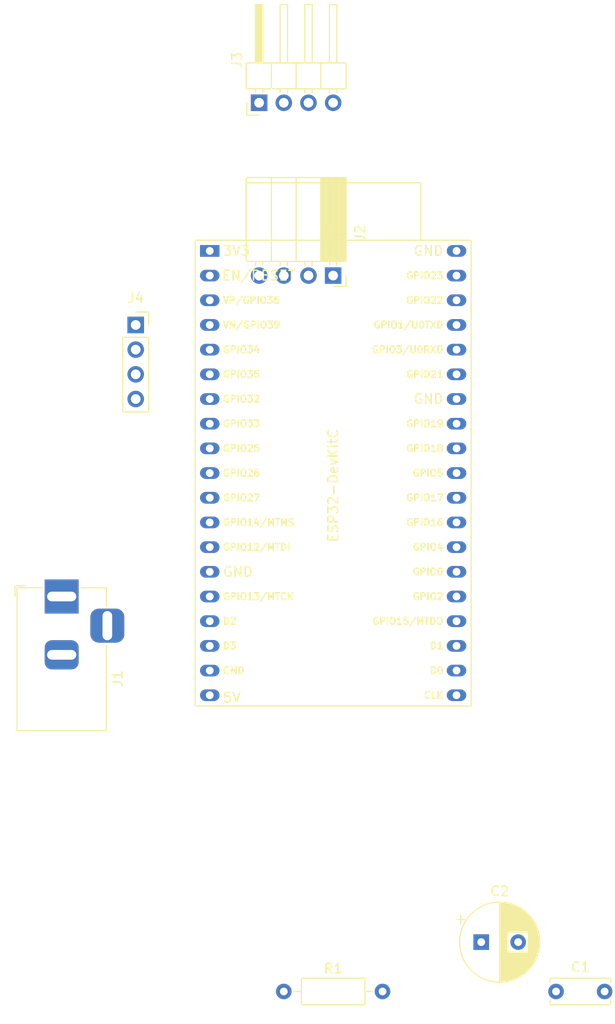
<source format=kicad_pcb>
(kicad_pcb (version 20221018) (generator pcbnew)
  (layers (0 "F.Cu" signal) (31 "B.Cu" signal) (34 "B.Paste" user) (35 "F.Paste" user) (36 "B.SilkS" user "B.Silkscreen") (37 "F.SilkS" user "F.Silkscreen") (38 "B.Mask" user) (39 "F.Mask" user) (44 "Edge.Cuts" user))
  (net 0 "")
  (net 1 "+5V")
  (net 2 "GND")
  (net 3 "Net-(J2-Pin_2)")
  (net 4 "Net-(J2-Pin_3)")
  (net 5 "+3V3")
  (net 7 "Net-(J3-Pin_3)")
  (net 8 "Net-(J4-Pin_3)")
  (net 9 "Net-(J4-Pin_4)")
  (net 10 "Net-(U1-GPIO23)")
  (footprint "Connector_PinSocket_2.54mm:PinSocket_1x04_P2.54mm_Horizontal" (layer "F.Cu") (at 139.7 76.2 -90)
    (fp_text reference "J2" (at -4.38 -2.77 90) (layer "F.SilkS"))
    (fp_text value "HC-SR04")
    (fp_line (start -10.09 -1.33) (end -10.09 8.95) (stroke (width 0.12)) (layer "F.SilkS"))
    (fp_line (start -10.09 -1.33) (end -1.46 -1.33) (stroke (width 0.12)) (layer "F.SilkS"))
    (fp_line (start -10.09 -1.21) (end -1.46 -1.21) (stroke (width 0.12)) (layer "F.SilkS"))
    (fp_line (start -10.09 -1.091905) (end -1.46 -1.091905) (stroke (width 0.12)) (layer "F.SilkS"))
    (fp_line (start -10.09 -0.97381) (end -1.46 -0.97381) (stroke (width 0.12)) (layer "F.SilkS"))
    (fp_line (start -10.09 -0.855715) (end -1.46 -0.855715) (stroke (width 0.12)) (layer "F.SilkS"))
    (fp_line (start -10.09 -0.73762) (end -1.46 -0.73762) (stroke (width 0.12)) (layer "F.SilkS"))
    (fp_line (start -10.09 -0.619525) (end -1.46 -0.619525) (stroke (width 0.12)) (layer "F.SilkS"))
    (fp_line (start -10.09 -0.50143) (end -1.46 -0.50143) (stroke (width 0.12)) (layer "F.SilkS"))
    (fp_line (start -10.09 -0.383335) (end -1.46 -0.383335) (stroke (width 0.12)) (layer "F.SilkS"))
    (fp_line (start -10.09 -0.26524) (end -1.46 -0.26524) (stroke (width 0.12)) (layer "F.SilkS"))
    (fp_line (start -10.09 -0.147145) (end -1.46 -0.147145) (stroke (width 0.12)) (layer "F.SilkS"))
    (fp_line (start -10.09 -0.02905) (end -1.46 -0.02905) (stroke (width 0.12)) (layer "F.SilkS"))
    (fp_line (start -10.09 0.089045) (end -1.46 0.089045) (stroke (width 0.12)) (layer "F.SilkS"))
    (fp_line (start -10.09 0.20714) (end -1.46 0.20714) (stroke (width 0.12)) (layer "F.SilkS"))
    (fp_line (start -10.09 0.325235) (end -1.46 0.325235) (stroke (width 0.12)) (layer "F.SilkS"))
    (fp_line (start -10.09 0.44333) (end -1.46 0.44333) (stroke (width 0.12)) (layer "F.SilkS"))
    (fp_line (start -10.09 0.561425) (end -1.46 0.561425) (stroke (width 0.12)) (layer "F.SilkS"))
    (fp_line (start -10.09 0.67952) (end -1.46 0.67952) (stroke (width 0.12)) (layer "F.SilkS"))
    (fp_line (start -10.09 0.797615) (end -1.46 0.797615) (stroke (width 0.12)) (layer "F.SilkS"))
    (fp_line (start -10.09 0.91571) (end -1.46 0.91571) (stroke (width 0.12)) (layer "F.SilkS"))
    (fp_line (start -10.09 1.033805) (end -1.46 1.033805) (stroke (width 0.12)) (layer "F.SilkS"))
    (fp_line (start -10.09 1.1519) (end -1.46 1.1519) (stroke (width 0.12)) (layer "F.SilkS"))
    (fp_line (start -10.09 1.27) (end -1.46 1.27) (stroke (width 0.12)) (layer "F.SilkS"))
    (fp_line (start -10.09 3.81) (end -1.46 3.81) (stroke (width 0.12)) (layer "F.SilkS"))
    (fp_line (start -10.09 6.35) (end -1.46 6.35) (stroke (width 0.12)) (layer "F.SilkS"))
    (fp_line (start -10.09 8.95) (end -1.46 8.95) (stroke (width 0.12)) (layer "F.SilkS"))
    (fp_line (start -1.46 -1.33) (end -1.46 8.95) (stroke (width 0.12)) (layer "F.SilkS"))
    (fp_line (start -1.46 -0.36) (end -1.11 -0.36) (stroke (width 0.12)) (layer "F.SilkS"))
    (fp_line (start -1.46 0.36) (end -1.11 0.36) (stroke (width 0.12)) (layer "F.SilkS"))
    (fp_line (start -1.46 2.18) (end -1.05 2.18) (stroke (width 0.12)) (layer "F.SilkS"))
    (fp_line (start -1.46 2.9) (end -1.05 2.9) (stroke (width 0.12)) (layer "F.SilkS"))
    (fp_line (start -1.46 4.72) (end -1.05 4.72) (stroke (width 0.12)) (layer "F.SilkS"))
    (fp_line (start -1.46 5.44) (end -1.05 5.44) (stroke (width 0.12)) (layer "F.SilkS"))
    (fp_line (start -1.46 7.26) (end -1.05 7.26) (stroke (width 0.12)) (layer "F.SilkS"))
    (fp_line (start -1.46 7.98) (end -1.05 7.98) (stroke (width 0.12)) (layer "F.SilkS"))
    (fp_line (start 0 -1.33) (end 1.11 -1.33) (stroke (width 0.12)) (layer "F.SilkS"))
    (fp_line (start 1.11 -1.33) (end 1.11 0) (stroke (width 0.12)) (layer "F.SilkS"))
    (pad "1" thru_hole rect (at 0 0 270) (size 1.7 1.7) (drill 1) (layers "*.Cu" "*.Mask") (net 5 "+3V3"))
    (pad "2" thru_hole oval (at 0 2.54 270) (size 1.7 1.7) (drill 1) (layers "*.Cu" "*.Mask") (net 3 "Net-(J2-Pin_2)"))
    (pad "3" thru_hole oval (at 0 5.08 270) (size 1.7 1.7) (drill 1) (layers "*.Cu" "*.Mask") (net 4 "Net-(J2-Pin_3)"))
    (pad "4" thru_hole oval (at 0 7.62 270) (size 1.7 1.7) (drill 1) (layers "*.Cu" "*.Mask") (net 2 "GND"))
  )
  (footprint "Capacitor_THT:CP_Radial_D8.0mm_P3.80mm" (layer "F.Cu") (at 154.94 144.78)
    (fp_text reference "C2" (at 1.9 -5.25) (layer "F.SilkS"))
    (fp_text value "47u")
    (fp_line (start -2.509698 -2.315) (end -1.709698 -2.315) (stroke (width 0.12)) (layer "F.SilkS"))
    (fp_line (start -2.109698 -2.715) (end -2.109698 -1.915) (stroke (width 0.12)) (layer "F.SilkS"))
    (fp_line (start 1.9 -4.08) (end 1.9 4.08) (stroke (width 0.12)) (layer "F.SilkS"))
    (fp_line (start 1.94 -4.08) (end 1.94 4.08) (stroke (width 0.12)) (layer "F.SilkS"))
    (fp_line (start 1.98 -4.08) (end 1.98 4.08) (stroke (width 0.12)) (layer "F.SilkS"))
    (fp_line (start 2.02 -4.079) (end 2.02 4.079) (stroke (width 0.12)) (layer "F.SilkS"))
    (fp_line (start 2.06 -4.077) (end 2.06 4.077) (stroke (width 0.12)) (layer "F.SilkS"))
    (fp_line (start 2.1 -4.076) (end 2.1 4.076) (stroke (width 0.12)) (layer "F.SilkS"))
    (fp_line (start 2.14 -4.074) (end 2.14 4.074) (stroke (width 0.12)) (layer "F.SilkS"))
    (fp_line (start 2.18 -4.071) (end 2.18 4.071) (stroke (width 0.12)) (layer "F.SilkS"))
    (fp_line (start 2.22 -4.068) (end 2.22 4.068) (stroke (width 0.12)) (layer "F.SilkS"))
    (fp_line (start 2.26 -4.065) (end 2.26 4.065) (stroke (width 0.12)) (layer "F.SilkS"))
    (fp_line (start 2.3 -4.061) (end 2.3 4.061) (stroke (width 0.12)) (layer "F.SilkS"))
    (fp_line (start 2.34 -4.057) (end 2.34 4.057) (stroke (width 0.12)) (layer "F.SilkS"))
    (fp_line (start 2.38 -4.052) (end 2.38 4.052) (stroke (width 0.12)) (layer "F.SilkS"))
    (fp_line (start 2.42 -4.048) (end 2.42 4.048) (stroke (width 0.12)) (layer "F.SilkS"))
    (fp_line (start 2.46 -4.042) (end 2.46 4.042) (stroke (width 0.12)) (layer "F.SilkS"))
    (fp_line (start 2.5 -4.037) (end 2.5 4.037) (stroke (width 0.12)) (layer "F.SilkS"))
    (fp_line (start 2.54 -4.03) (end 2.54 4.03) (stroke (width 0.12)) (layer "F.SilkS"))
    (fp_line (start 2.58 -4.024) (end 2.58 4.024) (stroke (width 0.12)) (layer "F.SilkS"))
    (fp_line (start 2.621 -4.017) (end 2.621 4.017) (stroke (width 0.12)) (layer "F.SilkS"))
    (fp_line (start 2.661 -4.01) (end 2.661 4.01) (stroke (width 0.12)) (layer "F.SilkS"))
    (fp_line (start 2.701 -4.002) (end 2.701 4.002) (stroke (width 0.12)) (layer "F.SilkS"))
    (fp_line (start 2.741 -3.994) (end 2.741 3.994) (stroke (width 0.12)) (layer "F.SilkS"))
    (fp_line (start 2.781 -3.985) (end 2.781 -1.04) (stroke (width 0.12)) (layer "F.SilkS"))
    (fp_line (start 2.781 1.04) (end 2.781 3.985) (stroke (width 0.12)) (layer "F.SilkS"))
    (fp_line (start 2.821 -3.976) (end 2.821 -1.04) (stroke (width 0.12)) (layer "F.SilkS"))
    (fp_line (start 2.821 1.04) (end 2.821 3.976) (stroke (width 0.12)) (layer "F.SilkS"))
    (fp_line (start 2.861 -3.967) (end 2.861 -1.04) (stroke (width 0.12)) (layer "F.SilkS"))
    (fp_line (start 2.861 1.04) (end 2.861 3.967) (stroke (width 0.12)) (layer "F.SilkS"))
    (fp_line (start 2.901 -3.957) (end 2.901 -1.04) (stroke (width 0.12)) (layer "F.SilkS"))
    (fp_line (start 2.901 1.04) (end 2.901 3.957) (stroke (width 0.12)) (layer "F.SilkS"))
    (fp_line (start 2.941 -3.947) (end 2.941 -1.04) (stroke (width 0.12)) (layer "F.SilkS"))
    (fp_line (start 2.941 1.04) (end 2.941 3.947) (stroke (width 0.12)) (layer "F.SilkS"))
    (fp_line (start 2.981 -3.936) (end 2.981 -1.04) (stroke (width 0.12)) (layer "F.SilkS"))
    (fp_line (start 2.981 1.04) (end 2.981 3.936) (stroke (width 0.12)) (layer "F.SilkS"))
    (fp_line (start 3.021 -3.925) (end 3.021 -1.04) (stroke (width 0.12)) (layer "F.SilkS"))
    (fp_line (start 3.021 1.04) (end 3.021 3.925) (stroke (width 0.12)) (layer "F.SilkS"))
    (fp_line (start 3.061 -3.914) (end 3.061 -1.04) (stroke (width 0.12)) (layer "F.SilkS"))
    (fp_line (start 3.061 1.04) (end 3.061 3.914) (stroke (width 0.12)) (layer "F.SilkS"))
    (fp_line (start 3.101 -3.902) (end 3.101 -1.04) (stroke (width 0.12)) (layer "F.SilkS"))
    (fp_line (start 3.101 1.04) (end 3.101 3.902) (stroke (width 0.12)) (layer "F.SilkS"))
    (fp_line (start 3.141 -3.889) (end 3.141 -1.04) (stroke (width 0.12)) (layer "F.SilkS"))
    (fp_line (start 3.141 1.04) (end 3.141 3.889) (stroke (width 0.12)) (layer "F.SilkS"))
    (fp_line (start 3.181 -3.877) (end 3.181 -1.04) (stroke (width 0.12)) (layer "F.SilkS"))
    (fp_line (start 3.181 1.04) (end 3.181 3.877) (stroke (width 0.12)) (layer "F.SilkS"))
    (fp_line (start 3.221 -3.863) (end 3.221 -1.04) (stroke (width 0.12)) (layer "F.SilkS"))
    (fp_line (start 3.221 1.04) (end 3.221 3.863) (stroke (width 0.12)) (layer "F.SilkS"))
    (fp_line (start 3.261 -3.85) (end 3.261 -1.04) (stroke (width 0.12)) (layer "F.SilkS"))
    (fp_line (start 3.261 1.04) (end 3.261 3.85) (stroke (width 0.12)) (layer "F.SilkS"))
    (fp_line (start 3.301 -3.835) (end 3.301 -1.04) (stroke (width 0.12)) (layer "F.SilkS"))
    (fp_line (start 3.301 1.04) (end 3.301 3.835) (stroke (width 0.12)) (layer "F.SilkS"))
    (fp_line (start 3.341 -3.821) (end 3.341 -1.04) (stroke (width 0.12)) (layer "F.SilkS"))
    (fp_line (start 3.341 1.04) (end 3.341 3.821) (stroke (width 0.12)) (layer "F.SilkS"))
    (fp_line (start 3.381 -3.805) (end 3.381 -1.04) (stroke (width 0.12)) (layer "F.SilkS"))
    (fp_line (start 3.381 1.04) (end 3.381 3.805) (stroke (width 0.12)) (layer "F.SilkS"))
    (fp_line (start 3.421 -3.79) (end 3.421 -1.04) (stroke (width 0.12)) (layer "F.SilkS"))
    (fp_line (start 3.421 1.04) (end 3.421 3.79) (stroke (width 0.12)) (layer "F.SilkS"))
    (fp_line (start 3.461 -3.774) (end 3.461 -1.04) (stroke (width 0.12)) (layer "F.SilkS"))
    (fp_line (start 3.461 1.04) (end 3.461 3.774) (stroke (width 0.12)) (layer "F.SilkS"))
    (fp_line (start 3.501 -3.757) (end 3.501 -1.04) (stroke (width 0.12)) (layer "F.SilkS"))
    (fp_line (start 3.501 1.04) (end 3.501 3.757) (stroke (width 0.12)) (layer "F.SilkS"))
    (fp_line (start 3.541 -3.74) (end 3.541 -1.04) (stroke (width 0.12)) (layer "F.SilkS"))
    (fp_line (start 3.541 1.04) (end 3.541 3.74) (stroke (width 0.12)) (layer "F.SilkS"))
    (fp_line (start 3.581 -3.722) (end 3.581 -1.04) (stroke (width 0.12)) (layer "F.SilkS"))
    (fp_line (start 3.581 1.04) (end 3.581 3.722) (stroke (width 0.12)) (layer "F.SilkS"))
    (fp_line (start 3.621 -3.704) (end 3.621 -1.04) (stroke (width 0.12)) (layer "F.SilkS"))
    (fp_line (start 3.621 1.04) (end 3.621 3.704) (stroke (width 0.12)) (layer "F.SilkS"))
    (fp_line (start 3.661 -3.686) (end 3.661 -1.04) (stroke (width 0.12)) (layer "F.SilkS"))
    (fp_line (start 3.661 1.04) (end 3.661 3.686) (stroke (width 0.12)) (layer "F.SilkS"))
    (fp_line (start 3.701 -3.666) (end 3.701 -1.04) (stroke (width 0.12)) (layer "F.SilkS"))
    (fp_line (start 3.701 1.04) (end 3.701 3.666) (stroke (width 0.12)) (layer "F.SilkS"))
    (fp_line (start 3.741 -3.647) (end 3.741 -1.04) (stroke (width 0.12)) (layer "F.SilkS"))
    (fp_line (start 3.741 1.04) (end 3.741 3.647) (stroke (width 0.12)) (layer "F.SilkS"))
    (fp_line (start 3.781 -3.627) (end 3.781 -1.04) (stroke (width 0.12)) (layer "F.SilkS"))
    (fp_line (start 3.781 1.04) (end 3.781 3.627) (stroke (width 0.12)) (layer "F.SilkS"))
    (fp_line (start 3.821 -3.606) (end 3.821 -1.04) (stroke (width 0.12)) (layer "F.SilkS"))
    (fp_line (start 3.821 1.04) (end 3.821 3.606) (stroke (width 0.12)) (layer "F.SilkS"))
    (fp_line (start 3.861 -3.584) (end 3.861 -1.04) (stroke (width 0.12)) (layer "F.SilkS"))
    (fp_line (start 3.861 1.04) (end 3.861 3.584) (stroke (width 0.12)) (layer "F.SilkS"))
    (fp_line (start 3.901 -3.562) (end 3.901 -1.04) (stroke (width 0.12)) (layer "F.SilkS"))
    (fp_line (start 3.901 1.04) (end 3.901 3.562) (stroke (width 0.12)) (layer "F.SilkS"))
    (fp_line (start 3.941 -3.54) (end 3.941 -1.04) (stroke (width 0.12)) (layer "F.SilkS"))
    (fp_line (start 3.941 1.04) (end 3.941 3.54) (stroke (width 0.12)) (layer "F.SilkS"))
    (fp_line (start 3.981 -3.517) (end 3.981 -1.04) (stroke (width 0.12)) (layer "F.SilkS"))
    (fp_line (start 3.981 1.04) (end 3.981 3.517) (stroke (width 0.12)) (layer "F.SilkS"))
    (fp_line (start 4.021 -3.493) (end 4.021 -1.04) (stroke (width 0.12)) (layer "F.SilkS"))
    (fp_line (start 4.021 1.04) (end 4.021 3.493) (stroke (width 0.12)) (layer "F.SilkS"))
    (fp_line (start 4.061 -3.469) (end 4.061 -1.04) (stroke (width 0.12)) (layer "F.SilkS"))
    (fp_line (start 4.061 1.04) (end 4.061 3.469) (stroke (width 0.12)) (layer "F.SilkS"))
    (fp_line (start 4.101 -3.444) (end 4.101 -1.04) (stroke (width 0.12)) (layer "F.SilkS"))
    (fp_line (start 4.101 1.04) (end 4.101 3.444) (stroke (width 0.12)) (layer "F.SilkS"))
    (fp_line (start 4.141 -3.418) (end 4.141 -1.04) (stroke (width 0.12)) (layer "F.SilkS"))
    (fp_line (start 4.141 1.04) (end 4.141 3.418) (stroke (width 0.12)) (layer "F.SilkS"))
    (fp_line (start 4.181 -3.392) (end 4.181 -1.04) (stroke (width 0.12)) (layer "F.SilkS"))
    (fp_line (start 4.181 1.04) (end 4.181 3.392) (stroke (width 0.12)) (layer "F.SilkS"))
    (fp_line (start 4.221 -3.365) (end 4.221 -1.04) (stroke (width 0.12)) (layer "F.SilkS"))
    (fp_line (start 4.221 1.04) (end 4.221 3.365) (stroke (width 0.12)) (layer "F.SilkS"))
    (fp_line (start 4.261 -3.338) (end 4.261 -1.04) (stroke (width 0.12)) (layer "F.SilkS"))
    (fp_line (start 4.261 1.04) (end 4.261 3.338) (stroke (width 0.12)) (layer "F.SilkS"))
    (fp_line (start 4.301 -3.309) (end 4.301 -1.04) (stroke (width 0.12)) (layer "F.SilkS"))
    (fp_line (start 4.301 1.04) (end 4.301 3.309) (stroke (width 0.12)) (layer "F.SilkS"))
    (fp_line (start 4.341 -3.28) (end 4.341 -1.04) (stroke (width 0.12)) (layer "F.SilkS"))
    (fp_line (start 4.341 1.04) (end 4.341 3.28) (stroke (width 0.12)) (layer "F.SilkS"))
    (fp_line (start 4.381 -3.25) (end 4.381 -1.04) (stroke (width 0.12)) (layer "F.SilkS"))
    (fp_line (start 4.381 1.04) (end 4.381 3.25) (stroke (width 0.12)) (layer "F.SilkS"))
    (fp_line (start 4.421 -3.22) (end 4.421 -1.04) (stroke (width 0.12)) (layer "F.SilkS"))
    (fp_line (start 4.421 1.04) (end 4.421 3.22) (stroke (width 0.12)) (layer "F.SilkS"))
    (fp_line (start 4.461 -3.189) (end 4.461 -1.04) (stroke (width 0.12)) (layer "F.SilkS"))
    (fp_line (start 4.461 1.04) (end 4.461 3.189) (stroke (width 0.12)) (layer "F.SilkS"))
    (fp_line (start 4.501 -3.156) (end 4.501 -1.04) (stroke (width 0.12)) (layer "F.SilkS"))
    (fp_line (start 4.501 1.04) (end 4.501 3.156) (stroke (width 0.12)) (layer "F.SilkS"))
    (fp_line (start 4.541 -3.124) (end 4.541 -1.04) (stroke (width 0.12)) (layer "F.SilkS"))
    (fp_line (start 4.541 1.04) (end 4.541 3.124) (stroke (width 0.12)) (layer "F.SilkS"))
    (fp_line (start 4.581 -3.09) (end 4.581 -1.04) (stroke (width 0.12)) (layer "F.SilkS"))
    (fp_line (start 4.581 1.04) (end 4.581 3.09) (stroke (width 0.12)) (layer "F.SilkS"))
    (fp_line (start 4.621 -3.055) (end 4.621 -1.04) (stroke (width 0.12)) (layer "F.SilkS"))
    (fp_line (start 4.621 1.04) (end 4.621 3.055) (stroke (width 0.12)) (layer "F.SilkS"))
    (fp_line (start 4.661 -3.019) (end 4.661 -1.04) (stroke (width 0.12)) (layer "F.SilkS"))
    (fp_line (start 4.661 1.04) (end 4.661 3.019) (stroke (width 0.12)) (layer "F.SilkS"))
    (fp_line (start 4.701 -2.983) (end 4.701 -1.04) (stroke (width 0.12)) (layer "F.SilkS"))
    (fp_line (start 4.701 1.04) (end 4.701 2.983) (stroke (width 0.12)) (layer "F.SilkS"))
    (fp_line (start 4.741 -2.945) (end 4.741 -1.04) (stroke (width 0.12)) (layer "F.SilkS"))
    (fp_line (start 4.741 1.04) (end 4.741 2.945) (stroke (width 0.12)) (layer "F.SilkS"))
    (fp_line (start 4.781 -2.907) (end 4.781 -1.04) (stroke (width 0.12)) (layer "F.SilkS"))
    (fp_line (start 4.781 1.04) (end 4.781 2.907) (stroke (width 0.12)) (layer "F.SilkS"))
    (fp_line (start 4.821 -2.867) (end 4.821 -1.04) (stroke (width 0.12)) (layer "F.SilkS"))
    (fp_line (start 4.821 1.04) (end 4.821 2.867) (stroke (width 0.12)) (layer "F.SilkS"))
    (fp_line (start 4.861 -2.826) (end 4.861 2.826) (stroke (width 0.12)) (layer "F.SilkS"))
    (fp_line (start 4.901 -2.784) (end 4.901 2.784) (stroke (width 0.12)) (layer "F.SilkS"))
    (fp_line (start 4.941 -2.741) (end 4.941 2.741) (stroke (width 0.12)) (layer "F.SilkS"))
    (fp_line (start 4.981 -2.697) (end 4.981 2.697) (stroke (width 0.12)) (layer "F.SilkS"))
    (fp_line (start 5.021 -2.651) (end 5.021 2.651) (stroke (width 0.12)) (layer "F.SilkS"))
    (fp_line (start 5.061 -2.604) (end 5.061 2.604) (stroke (width 0.12)) (layer "F.SilkS"))
    (fp_line (start 5.101 -2.556) (end 5.101 2.556) (stroke (width 0.12)) (layer "F.SilkS"))
    (fp_line (start 5.141 -2.505) (end 5.141 2.505) (stroke (width 0.12)) (layer "F.SilkS"))
    (fp_line (start 5.181 -2.454) (end 5.181 2.454) (stroke (width 0.12)) (layer "F.SilkS"))
    (fp_line (start 5.221 -2.4) (end 5.221 2.4) (stroke (width 0.12)) (layer "F.SilkS"))
    (fp_line (start 5.261 -2.345) (end 5.261 2.345) (stroke (width 0.12)) (layer "F.SilkS"))
    (fp_line (start 5.301 -2.287) (end 5.301 2.287) (stroke (width 0.12)) (layer "F.SilkS"))
    (fp_line (start 5.341 -2.228) (end 5.341 2.228) (stroke (width 0.12)) (layer "F.SilkS"))
    (fp_line (start 5.381 -2.166) (end 5.381 2.166) (stroke (width 0.12)) (layer "F.SilkS"))
    (fp_line (start 5.421 -2.102) (end 5.421 2.102) (stroke (width 0.12)) (layer "F.SilkS"))
    (fp_line (start 5.461 -2.034) (end 5.461 2.034) (stroke (width 0.12)) (layer "F.SilkS"))
    (fp_line (start 5.501 -1.964) (end 5.501 1.964) (stroke (width 0.12)) (layer "F.SilkS"))
    (fp_line (start 5.541 -1.89) (end 5.541 1.89) (stroke (width 0.12)) (layer "F.SilkS"))
    (fp_line (start 5.581 -1.813) (end 5.581 1.813) (stroke (width 0.12)) (layer "F.SilkS"))
    (fp_line (start 5.621 -1.731) (end 5.621 1.731) (stroke (width 0.12)) (layer "F.SilkS"))
    (fp_line (start 5.661 -1.645) (end 5.661 1.645) (stroke (width 0.12)) (layer "F.SilkS"))
    (fp_line (start 5.701 -1.552) (end 5.701 1.552) (stroke (width 0.12)) (layer "F.SilkS"))
    (fp_line (start 5.741 -1.453) (end 5.741 1.453) (stroke (width 0.12)) (layer "F.SilkS"))
    (fp_line (start 5.781 -1.346) (end 5.781 1.346) (stroke (width 0.12)) (layer "F.SilkS"))
    (fp_line (start 5.821 -1.229) (end 5.821 1.229) (stroke (width 0.12)) (layer "F.SilkS"))
    (fp_line (start 5.861 -1.098) (end 5.861 1.098) (stroke (width 0.12)) (layer "F.SilkS"))
    (fp_line (start 5.901 -0.948) (end 5.901 0.948) (stroke (width 0.12)) (layer "F.SilkS"))
    (fp_line (start 5.941 -0.768) (end 5.941 0.768) (stroke (width 0.12)) (layer "F.SilkS"))
    (fp_line (start 5.981 -0.533) (end 5.981 0.533) (stroke (width 0.12)) (layer "F.SilkS"))
    (fp_circle (center 1.9 0) (end 6.02 0) (stroke (width 0.12)) (fill none) (layer "F.SilkS"))
    (pad "1" thru_hole rect (at 0 0) (size 1.6 1.6) (drill 0.8) (layers "*.Cu" "*.Mask") (net 1 "+5V"))
    (pad "2" thru_hole circle (at 3.8 0) (size 1.6 1.6) (drill 0.8) (layers "*.Cu" "*.Mask") (net 2 "GND"))
  )
  (footprint "Connector_PinHeader_2.54mm:PinHeader_1x04_P2.54mm_Horizontal" (layer "F.Cu") (at 132.08 58.42 90)
    (fp_text reference "J3" (at 4.385 -2.27 90) (layer "F.SilkS"))
    (fp_text value "WS2812B")
    (fp_line (start -1.27 -1.27) (end 0 -1.27) (stroke (width 0.12)) (layer "F.SilkS"))
    (fp_line (start -1.27 0) (end -1.27 -1.27) (stroke (width 0.12)) (layer "F.SilkS"))
    (fp_line (start 1.042929 2.16) (end 1.44 2.16) (stroke (width 0.12)) (layer "F.SilkS"))
    (fp_line (start 1.042929 2.92) (end 1.44 2.92) (stroke (width 0.12)) (layer "F.SilkS"))
    (fp_line (start 1.042929 4.7) (end 1.44 4.7) (stroke (width 0.12)) (layer "F.SilkS"))
    (fp_line (start 1.042929 5.46) (end 1.44 5.46) (stroke (width 0.12)) (layer "F.SilkS"))
    (fp_line (start 1.042929 7.24) (end 1.44 7.24) (stroke (width 0.12)) (layer "F.SilkS"))
    (fp_line (start 1.042929 8) (end 1.44 8) (stroke (width 0.12)) (layer "F.SilkS"))
    (fp_line (start 1.11 -0.38) (end 1.44 -0.38) (stroke (width 0.12)) (layer "F.SilkS"))
    (fp_line (start 1.11 0.38) (end 1.44 0.38) (stroke (width 0.12)) (layer "F.SilkS"))
    (fp_line (start 1.44 -1.33) (end 1.44 8.95) (stroke (width 0.12)) (layer "F.SilkS"))
    (fp_line (start 1.44 1.27) (end 4.1 1.27) (stroke (width 0.12)) (layer "F.SilkS"))
    (fp_line (start 1.44 3.81) (end 4.1 3.81) (stroke (width 0.12)) (layer "F.SilkS"))
    (fp_line (start 1.44 6.35) (end 4.1 6.35) (stroke (width 0.12)) (layer "F.SilkS"))
    (fp_line (start 1.44 8.95) (end 4.1 8.95) (stroke (width 0.12)) (layer "F.SilkS"))
    (fp_line (start 4.1 -1.33) (end 1.44 -1.33) (stroke (width 0.12)) (layer "F.SilkS"))
    (fp_line (start 4.1 -0.38) (end 10.1 -0.38) (stroke (width 0.12)) (layer "F.SilkS"))
    (fp_line (start 4.1 -0.32) (end 10.1 -0.32) (stroke (width 0.12)) (layer "F.SilkS"))
    (fp_line (start 4.1 -0.2) (end 10.1 -0.2) (stroke (width 0.12)) (layer "F.SilkS"))
    (fp_line (start 4.1 -0.08) (end 10.1 -0.08) (stroke (width 0.12)) (layer "F.SilkS"))
    (fp_line (start 4.1 0.04) (end 10.1 0.04) (stroke (width 0.12)) (layer "F.SilkS"))
    (fp_line (start 4.1 0.16) (end 10.1 0.16) (stroke (width 0.12)) (layer "F.SilkS"))
    (fp_line (start 4.1 0.28) (end 10.1 0.28) (stroke (width 0.12)) (layer "F.SilkS"))
    (fp_line (start 4.1 2.16) (end 10.1 2.16) (stroke (width 0.12)) (layer "F.SilkS"))
    (fp_line (start 4.1 4.7) (end 10.1 4.7) (stroke (width 0.12)) (layer "F.SilkS"))
    (fp_line (start 4.1 7.24) (end 10.1 7.24) (stroke (width 0.12)) (layer "F.SilkS"))
    (fp_line (start 4.1 8.95) (end 4.1 -1.33) (stroke (width 0.12)) (layer "F.SilkS"))
    (fp_line (start 10.1 -0.38) (end 10.1 0.38) (stroke (width 0.12)) (layer "F.SilkS"))
    (fp_line (start 10.1 0.38) (end 4.1 0.38) (stroke (width 0.12)) (layer "F.SilkS"))
    (fp_line (start 10.1 2.16) (end 10.1 2.92) (stroke (width 0.12)) (layer "F.SilkS"))
    (fp_line (start 10.1 2.92) (end 4.1 2.92) (stroke (width 0.12)) (layer "F.SilkS"))
    (fp_line (start 10.1 4.7) (end 10.1 5.46) (stroke (width 0.12)) (layer "F.SilkS"))
    (fp_line (start 10.1 5.46) (end 4.1 5.46) (stroke (width 0.12)) (layer "F.SilkS"))
    (fp_line (start 10.1 7.24) (end 10.1 8) (stroke (width 0.12)) (layer "F.SilkS"))
    (fp_line (start 10.1 8) (end 4.1 8) (stroke (width 0.12)) (layer "F.SilkS"))
    (pad "1" thru_hole rect (at 0 0 90) (size 1.7 1.7) (drill 1) (layers "*.Cu" "*.Mask") (net 2 "GND"))
    (pad "2" thru_hole oval (at 0 2.54 90) (size 1.7 1.7) (drill 1) (layers "*.Cu" "*.Mask"))
    (pad "3" thru_hole oval (at 0 5.08 90) (size 1.7 1.7) (drill 1) (layers "*.Cu" "*.Mask") (net 7 "Net-(J3-Pin_3)"))
    (pad "4" thru_hole oval (at 0 7.62 90) (size 1.7 1.7) (drill 1) (layers "*.Cu" "*.Mask") (net 1 "+5V"))
  )
  (footprint "Connector_PinSocket_2.54mm:PinSocket_1x04_P2.54mm_Vertical" (layer "F.Cu") (at 119.38 81.28)
    (fp_text reference "J4" (at 0 -2.77) (layer "F.SilkS"))
    (fp_text value "OLED")
    (fp_line (start -1.33 1.27) (end -1.33 8.95) (stroke (width 0.12)) (layer "F.SilkS"))
    (fp_line (start -1.33 1.27) (end 1.33 1.27) (stroke (width 0.12)) (layer "F.SilkS"))
    (fp_line (start -1.33 8.95) (end 1.33 8.95) (stroke (width 0.12)) (layer "F.SilkS"))
    (fp_line (start 0 -1.33) (end 1.33 -1.33) (stroke (width 0.12)) (layer "F.SilkS"))
    (fp_line (start 1.33 -1.33) (end 1.33 0) (stroke (width 0.12)) (layer "F.SilkS"))
    (fp_line (start 1.33 1.27) (end 1.33 8.95) (stroke (width 0.12)) (layer "F.SilkS"))
    (pad "1" thru_hole rect (at 0 0) (size 1.7 1.7) (drill 1) (layers "*.Cu" "*.Mask") (net 5 "+3V3"))
    (pad "2" thru_hole oval (at 0 2.54) (size 1.7 1.7) (drill 1) (layers "*.Cu" "*.Mask") (net 2 "GND"))
    (pad "3" thru_hole oval (at 0 5.08) (size 1.7 1.7) (drill 1) (layers "*.Cu" "*.Mask") (net 8 "Net-(J4-Pin_3)"))
    (pad "4" thru_hole oval (at 0 7.62) (size 1.7 1.7) (drill 1) (layers "*.Cu" "*.Mask") (net 9 "Net-(J4-Pin_4)"))
  )
  (footprint "PCM_Espressif:ESP32-DevKitC" (layer "F.Cu") (at 127 73.66)
    (fp_text reference "U1" (at 12.7 -2.1) (layer "F.SilkS"))
    (fp_text value "ESP32-DevKitC" (at 12.7 24.13 90) (layer "F.SilkS"))
    (fp_text user "5V" (at 1.26632 45.97128 unlocked) (layer "F.SilkS") (effects (justify left)))
    (fp_text user "GPIO5" (at 24.13 22.86 unlocked) (layer "F.SilkS") (effects (font (size 0.7 0.7)) (justify right)))
    (fp_text user "GPIO14/MTMS" (at 1.27 27.94 unlocked) (layer "F.SilkS") (effects (font (size 0.7 0.7)) (justify left)))
    (fp_text user "GPIO25" (at 1.27 20.32 unlocked) (layer "F.SilkS") (effects (font (size 0.7 0.7)) (justify left)))
    (fp_text user "D1" (at 24.13 40.64 unlocked) (layer "F.SilkS") (effects (font (size 0.7 0.7)) (justify right)))
    (fp_text user "GPIO22" (at 24.13 5.08 unlocked) (layer "F.SilkS") (effects (font (size 0.7 0.7)) (justify right)))
    (fp_text user "GPIO19" (at 24.13 17.78 unlocked) (layer "F.SilkS") (effects (font (size 0.7 0.7)) (justify right)))
    (fp_text user "GPIO0" (at 24.13 33.02 unlocked) (layer "F.SilkS") (effects (font (size 0.7 0.7)) (justify right)))
    (fp_text user "GPIO33" (at 1.27 17.78 unlocked) (layer "F.SilkS") (effects (font (size 0.7 0.7)) (justify left)))
    (fp_text user "GPIO32" (at 1.27 15.24 unlocked) (layer "F.SilkS") (effects (font (size 0.7 0.7)) (justify left)))
    (fp_text user "VP/GPIO36" (at 1.27 5.08 unlocked) (layer "F.SilkS") (effects (font (size 0.7 0.7)) (justify left)))
    (fp_text user "GND" (at 24.13 15.24 unlocked) (layer "F.SilkS") (effects (justify right)))
    (fp_text user "GPIO15/MTDO" (at 24.13 38.1 unlocked) (layer "F.SilkS") (effects (font (size 0.7 0.7)) (justify right)))
    (fp_text user "GPIO17" (at 24.13 25.4 unlocked) (layer "F.SilkS") (effects (font (size 0.7 0.7)) (justify right)))
    (fp_text user "GPIO21" (at 24.13 12.7 unlocked) (layer "F.SilkS") (effects (font (size 0.7 0.7)) (justify right)))
    (fp_text user "GPIO1/U0TXD" (at 24.13 7.62 unlocked) (layer "F.SilkS") (effects (font (size 0.7 0.7)) (justify right)))
    (fp_text user "D2" (at 1.27 38.1 unlocked) (layer "F.SilkS") (effects (font (size 0.7 0.7)) (justify left)))
    (fp_text user "CLK" (at 24.13 45.72 unlocked) (layer "F.SilkS") (effects (font (size 0.7 0.7)) (justify right)))
    (fp_text user "GPIO26" (at 1.27 22.86 unlocked) (layer "F.SilkS") (effects (font (size 0.7 0.7)) (justify left)))
    (fp_text user "D3" (at 1.27 40.64 unlocked) (layer "F.SilkS") (effects (font (size 0.7 0.7)) (justify left)))
    (fp_text user "CMD" (at 1.27 43.18 unlocked) (layer "F.SilkS") (effects (font (size 0.7 0.7)) (justify left)))
    (fp_text user "GND" (at 24.13 0 unlocked) (layer "F.SilkS") (effects (justify right)))
    (fp_text user "GPIO34" (at 1.27 10.16 unlocked) (layer "F.SilkS") (effects (font (size 0.7 0.7)) (justify left)))
    (fp_text user "GPIO12/MTDI" (at 1.27 30.48 unlocked) (layer "F.SilkS") (effects (font (size 0.7 0.7)) (justify left)))
    (fp_text user "GPIO27" (at 1.27 25.4 unlocked) (layer "F.SilkS") (effects (font (size 0.7 0.7)) (justify left)))
    (fp_text user "GPIO35" (at 1.27 12.7 unlocked) (layer "F.SilkS") (effects (font (size 0.7 0.7)) (justify left)))
    (fp_text user "3V3" (at 1.27 0 unlocked) (layer "F.SilkS") (effects (justify left)))
    (fp_text user "D0" (at 24.13 43.18 unlocked) (layer "F.SilkS") (effects (font (size 0.7 0.7)) (justify right)))
    (fp_text user "GPIO23" (at 24.13 2.54 unlocked) (layer "F.SilkS") (effects (font (size 0.7 0.7)) (justify right)))
    (fp_text user "GPIO4" (at 24.13 30.48 unlocked) (layer "F.SilkS") (effects (font (size 0.7 0.7)) (justify right)))
    (fp_text user "VN/GPIO39" (at 1.27 7.62 unlocked) (layer "F.SilkS") (effects (font (size 0.7 0.7)) (justify left)))
    (fp_text user "GPIO2" (at 24.13 35.56 unlocked) (layer "F.SilkS") (effects (font (size 0.7 0.7)) (justify right)))
    (fp_text user "GPIO18" (at 24.13 20.32 unlocked) (layer "F.SilkS") (effects (font (size 0.7 0.7)) (justify right)))
    (fp_text user "GPIO3/U0RXD" (at 24.13 10.16 unlocked) (layer "F.SilkS") (effects (font (size 0.7 0.7)) (justify right)))
    (fp_text user "GPIO16" (at 24.13 27.94 unlocked) (layer "F.SilkS") (effects (font (size 0.7 0.7)) (justify right)))
    (fp_text user "EN/RESET" (at 8.88632 2.53728 unlocked) (layer "F.SilkS") (effects (justify right)))
    (fp_text user "GPIO13/MTCK" (at 1.27 35.56 unlocked) (layer "F.SilkS") (effects (font (size 0.7 0.7)) (justify left)))
    (fp_text user "GND" (at 1.27 33.02 unlocked) (layer "F.SilkS") (effects (justify left)))
    (fp_line (start -1.5 46.82) (end 26.899999 46.82) (stroke (width 0.12)) (layer "F.SilkS"))
    (fp_line (start -1.499999 -1.1) (end -1.5 46.82) (stroke (width 0.12)) (layer "F.SilkS"))
    (fp_line (start 3.73012 -7.01312) (end 21.71332 -7.01312) (stroke (width 0.12)) (layer "F.SilkS"))
    (fp_line (start 3.73012 -1.12032) (end 3.73012 -7.01312) (stroke (width 0.12)) (layer "F.SilkS"))
    (fp_line (start 21.71332 -7.01312) (end 21.71332 -1.12032) (stroke (width 0.12)) (layer "F.SilkS"))
    (fp_line (start 26.899999 46.82) (end 26.9 -1.1) (stroke (width 0.12)) (layer "F.SilkS"))
    (fp_line (start 26.9 -1.1) (end -1.499999 -1.1) (stroke (width 0.12)) (layer "F.SilkS"))
    (pad "1" thru_hole rect (at 0 0 270) (size 1.2 2) (drill 0.8) (layers "*.Cu" "*.Mask") (net 5 "+3V3"))
    (pad "2" thru_hole oval (at 0 2.54 270) (size 1.2 2) (drill 0.8) (layers "*.Cu" "*.Mask"))
    (pad "3" thru_hole oval (at 0 5.08 270) (size 1.2 2) (drill 0.8) (layers "*.Cu" "*.Mask"))
    (pad "4" thru_hole oval (at 0 7.62 270) (size 1.2 2) (drill 0.8) (layers "*.Cu" "*.Mask"))
    (pad "5" thru_hole oval (at 0 10.16 270) (size 1.2 2) (drill 0.8) (layers "*.Cu" "*.Mask"))
    (pad "6" thru_hole oval (at 0 12.7 270) (size 1.2 2) (drill 0.8) (layers "*.Cu" "*.Mask"))
    (pad "7" thru_hole oval (at 0 15.24 270) (size 1.2 2) (drill 0.8) (layers "*.Cu" "*.Mask"))
    (pad "8" thru_hole oval (at 0 17.78 270) (size 1.2 2) (drill 0.8) (layers "*.Cu" "*.Mask"))
    (pad "9" thru_hole oval (at 0 20.32 270) (size 1.2 2) (drill 0.8) (layers "*.Cu" "*.Mask"))
    (pad "10" thru_hole oval (at 0 22.86 270) (size 1.2 2) (drill 0.8) (layers "*.Cu" "*.Mask"))
    (pad "11" thru_hole oval (at 0 25.4 270) (size 1.2 2) (drill 0.8) (layers "*.Cu" "*.Mask"))
    (pad "12" thru_hole oval (at 0 27.94 270) (size 1.2 2) (drill 0.8) (layers "*.Cu" "*.Mask"))
    (pad "13" thru_hole oval (at 0 30.48 270) (size 1.2 2) (drill 0.8) (layers "*.Cu" "*.Mask"))
    (pad "14" thru_hole oval (at 0 33.02 270) (size 1.2 2) (drill 0.8) (layers "*.Cu" "*.Mask") (net 2 "GND"))
    (pad "15" thru_hole oval (at 0 35.56 270) (size 1.2 2) (drill 0.8) (layers "*.Cu" "*.Mask"))
    (pad "16" thru_hole oval (at 0 38.1 270) (size 1.2 2) (drill 0.8) (layers "*.Cu" "*.Mask"))
    (pad "17" thru_hole oval (at 0 40.64 270) (size 1.2 2) (drill 0.8) (layers "*.Cu" "*.Mask"))
    (pad "18" thru_hole oval (at 0 43.18 270) (size 1.2 2) (drill 0.8) (layers "*.Cu" "*.Mask"))
    (pad "19" thru_hole oval (at 0 45.72 270) (size 1.2 2) (drill 0.8) (layers "*.Cu" "*.Mask") (net 1 "+5V"))
    (pad "20" thru_hole oval (at 25.39632 45.71728 270) (size 1.2 2) (drill 0.8) (layers "*.Cu" "*.Mask"))
    (pad "21" thru_hole oval (at 25.39632 43.17728 270) (size 1.2 2) (drill 0.8) (layers "*.Cu" "*.Mask"))
    (pad "22" thru_hole oval (at 25.4 40.64 270) (size 1.2 2) (drill 0.8) (layers "*.Cu" "*.Mask"))
    (pad "23" thru_hole oval (at 25.4 38.1 270) (size 1.2 2) (drill 0.8) (layers "*.Cu" "*.Mask"))
    (pad "24" thru_hole oval (at 25.4 35.56 270) (size 1.2 2) (drill 0.8) (layers "*.Cu" "*.Mask"))
    (pad "25" thru_hole oval (at 25.4 33.02 270) (size 1.2 2) (drill 0.8) (layers "*.Cu" "*.Mask"))
    (pad "26" thru_hole oval (at 25.4 30.48 270) (size 1.2 2) (drill 0.8) (layers "*.Cu" "*.Mask"))
    (pad "27" thru_hole oval (at 25.4 27.94 270) (size 1.2 2) (drill 0.8) (layers "*.Cu" "*.Mask") (net 3 "Net-(J2-Pin_2)"))
    (pad "28" thru_hole oval (at 25.4 25.4 270) (size 1.2 2) (drill 0.8) (layers "*.Cu" "*.Mask") (net 4 "Net-(J2-Pin_3)"))
    (pad "29" thru_hole oval (at 25.4 22.86 270) (size 1.2 2) (drill 0.8) (layers "*.Cu" "*.Mask"))
    (pad "30" thru_hole oval (at 25.4 20.32 270) (size 1.2 2) (drill 0.8) (layers "*.Cu" "*.Mask"))
    (pad "31" thru_hole oval (at 25.4 17.78 270) (size 1.2 2) (drill 0.8) (layers "*.Cu" "*.Mask"))
    (pad "32" thru_hole oval (at 25.4 15.24 270) (size 1.2 2) (drill 0.8) (layers "*.Cu" "*.Mask") (net 2 "GND"))
    (pad "33" thru_hole oval (at 25.4 12.7 270) (size 1.2 2) (drill 0.8) (layers "*.Cu" "*.Mask") (net 9 "Net-(J4-Pin_4)"))
    (pad "34" thru_hole oval (at 25.4 10.16 270) (size 1.2 2) (drill 0.8) (layers "*.Cu" "*.Mask"))
    (pad "35" thru_hole oval (at 25.4 7.62 270) (size 1.2 2) (drill 0.8) (layers "*.Cu" "*.Mask"))
    (pad "36" thru_hole oval (at 25.4 5.08 270) (size 1.2 2) (drill 0.8) (layers "*.Cu" "*.Mask") (net 8 "Net-(J4-Pin_3)"))
    (pad "37" thru_hole oval (at 25.4 2.54 270) (size 1.2 2) (drill 0.8) (layers "*.Cu" "*.Mask") (net 10 "Net-(U1-GPIO23)"))
    (pad "38" thru_hole oval (at 25.4 0 270) (size 1.2 2) (drill 0.8) (layers "*.Cu" "*.Mask") (net 2 "GND"))
  )
  (footprint "Capacitor_THT:C_Disc_D6.0mm_W2.5mm_P5.00mm" (layer "F.Cu") (at 162.64 149.86)
    (fp_text reference "C1" (at 2.5 -2.5) (layer "F.SilkS"))
    (fp_text value "100n")
    (fp_line (start -0.62 -1.37) (end -0.62 -0.925) (stroke (width 0.12)) (layer "F.SilkS"))
    (fp_line (start -0.62 -1.37) (end 5.62 -1.37) (stroke (width 0.12)) (layer "F.SilkS"))
    (fp_line (start -0.62 0.925) (end -0.62 1.37) (stroke (width 0.12)) (layer "F.SilkS"))
    (fp_line (start -0.62 1.37) (end 5.62 1.37) (stroke (width 0.12)) (layer "F.SilkS"))
    (fp_line (start 5.62 -1.37) (end 5.62 -0.925) (stroke (width 0.12)) (layer "F.SilkS"))
    (fp_line (start 5.62 0.925) (end 5.62 1.37) (stroke (width 0.12)) (layer "F.SilkS"))
    (pad "1" thru_hole circle (at 0 0) (size 1.6 1.6) (drill 0.8) (layers "*.Cu" "*.Mask") (net 1 "+5V"))
    (pad "2" thru_hole circle (at 5 0) (size 1.6 1.6) (drill 0.8) (layers "*.Cu" "*.Mask") (net 2 "GND"))
  )
  (footprint "Resistor_THT:R_Axial_DIN0207_L6.3mm_D2.5mm_P10.16mm_Horizontal" (layer "F.Cu") (at 134.62 149.86)
    (fp_text reference "R1" (at 5.08 -2.37) (layer "F.SilkS"))
    (fp_text value "1k")
    (fp_line (start 1.04 0) (end 1.81 0) (stroke (width 0.12)) (layer "F.SilkS"))
    (fp_line (start 1.81 -1.37) (end 1.81 1.37) (stroke (width 0.12)) (layer "F.SilkS"))
    (fp_line (start 1.81 1.37) (end 8.35 1.37) (stroke (width 0.12)) (layer "F.SilkS"))
    (fp_line (start 8.35 -1.37) (end 1.81 -1.37) (stroke (width 0.12)) (layer "F.SilkS"))
    (fp_line (start 8.35 1.37) (end 8.35 -1.37) (stroke (width 0.12)) (layer "F.SilkS"))
    (fp_line (start 9.12 0) (end 8.35 0) (stroke (width 0.12)) (layer "F.SilkS"))
    (pad "1" thru_hole circle (at 0 0) (size 1.6 1.6) (drill 0.8) (layers "*.Cu" "*.Mask") (net 7 "Net-(J3-Pin_3)"))
    (pad "2" thru_hole oval (at 10.16 0) (size 1.6 1.6) (drill 0.8) (layers "*.Cu" "*.Mask") (net 10 "Net-(U1-GPIO23)"))
  )
  (footprint "Connector_BarrelJack:BarrelJack_Horizontal" (layer "F.Cu") (at 111.76 109.22 90)
    (fp_text reference "J1" (at -8.45 5.75 90) (layer "F.SilkS"))
    (fp_text value "Barrel_Jack_Switch")
    (fp_line (start -13.8 -4.6) (end 0.9 -4.6) (stroke (width 0.12)) (layer "F.SilkS"))
    (fp_line (start -13.8 4.6) (end -13.8 -4.6) (stroke (width 0.12)) (layer "F.SilkS"))
    (fp_line (start -5 4.6) (end -13.8 4.6) (stroke (width 0.12)) (layer "F.SilkS"))
    (fp_line (start 0.05 -4.8) (end 1.1 -4.8) (stroke (width 0.12)) (layer "F.SilkS"))
    (fp_line (start 0.9 -4.6) (end 0.9 -2) (stroke (width 0.12)) (layer "F.SilkS"))
    (fp_line (start 0.9 1.9) (end 0.9 4.6) (stroke (width 0.12)) (layer "F.SilkS"))
    (fp_line (start 0.9 4.6) (end -1 4.6) (stroke (width 0.12)) (layer "F.SilkS"))
    (fp_line (start 1.1 -3.75) (end 1.1 -4.8) (stroke (width 0.12)) (layer "F.SilkS"))
    (pad "1" thru_hole rect (at 0 0 90) (size 3.5 3.5) (drill oval 1 3) (layers "*.Cu" "*.Mask") (net 1 "+5V"))
    (pad "2" thru_hole roundrect (at -6 0 90) (size 3 3.5) (drill oval 1 3) (layers "*.Cu" "*.Mask") (net 2 "GND"))
    (pad "3" thru_hole roundrect (at -3 4.7 90) (size 3.5 3.5) (drill oval 3 1) (layers "*.Cu" "*.Mask") (net 2 "GND"))
  )
)
</source>
